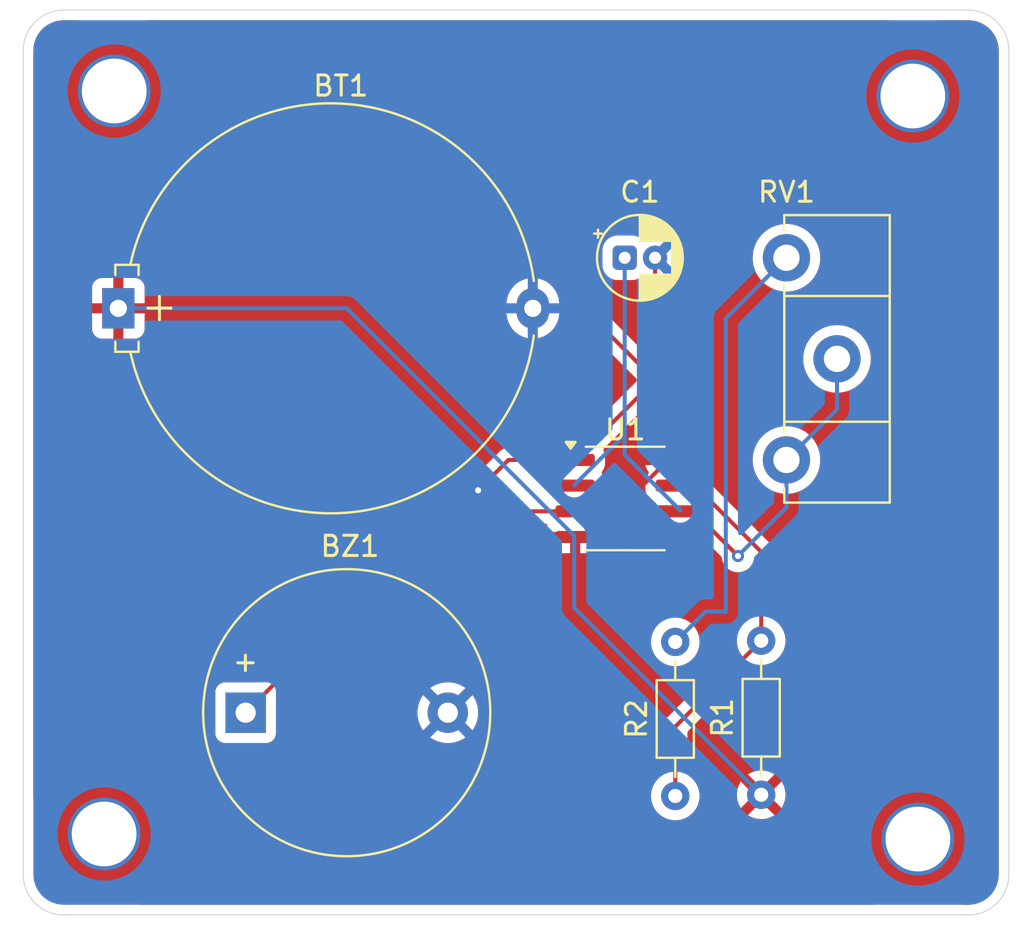
<source format=kicad_pcb>
(kicad_pcb (version 20241229) (generator "pcbnew") (generator_version "9.0")
  (layers (0 "F.Cu" signal) (2 "B.Cu" signal) (13 "F.Paste" user) (15 "B.Paste" user) (5 "F.SilkS" user "F.Silkscreen") (7 "B.SilkS" user "B.Silkscreen") (1 "F.Mask" user) (3 "B.Mask" user) (25 "Edge.Cuts" user))
  (net 0 "")
  (net 1 "+5V")
  (net 2 "GND")
  (net 3 "Net-(BZ1-+)")
  (net 4 "Net-(U1-THR)")
  (net 5 "Net-(U1-DIS)")
  (net 6 "Net-(R2-Pad2)")
  (footprint "MountingHole:MountingHole_3.2mm_M3_Pad_TopOnly" (layer "F.Cu") (at 169.5 91)
    (property "Reference" "H2" (hide yes))
    (property "Value" "MountingHole")
    (pad "1" thru_hole circle (at 0 0) (size 3.6 3.6) (drill 3.2) (layers "*.Cu" "*.Mask"))
    (pad "1" connect circle (at 0 0) (size 6.4 6.4) (layers "F.Cu" "F.Mask"))
  )
  (footprint "Potentiometer_THT:Potentiometer_ACP_CA14-H2,5_Horizontal" (layer "F.Cu") (at 163.25 99)
    (property "Reference" "RV1" (at 0 -3.25 0) (layer "F.SilkS"))
    (property "Value" "R_Potentiometer_Trim")
    (fp_line (start -0.11 -2.11) (end 5.11 -2.11) (stroke (width 0.12)) (layer "F.SilkS"))
    (fp_line (start -0.11 -1.396) (end -0.11 -2.11) (stroke (width 0.12)) (layer "F.SilkS"))
    (fp_line (start -0.11 1.89) (end 5.11 1.89) (stroke (width 0.12)) (layer "F.SilkS"))
    (fp_line (start -0.11 8.11) (end -0.11 1.89) (stroke (width 0.12)) (layer "F.SilkS"))
    (fp_line (start -0.11 8.604) (end -0.11 1.396) (stroke (width 0.12)) (layer "F.SilkS"))
    (fp_line (start -0.11 12.11) (end -0.11 11.396) (stroke (width 0.12)) (layer "F.SilkS"))
    (fp_line (start 5.11 -2.11) (end 5.11 12.11) (stroke (width 0.12)) (layer "F.SilkS"))
    (fp_line (start 5.11 1.89) (end 5.11 8.11) (stroke (width 0.12)) (layer "F.SilkS"))
    (fp_line (start 5.11 8.11) (end -0.11 8.11) (stroke (width 0.12)) (layer "F.SilkS"))
    (fp_line (start 5.11 12.11) (end -0.11 12.11) (stroke (width 0.12)) (layer "F.SilkS"))
    (pad "1" thru_hole circle (at 0 0) (size 2.34 2.34) (drill 1.3) (layers "*.Cu" "*.Mask") (net 6 "Net-(R2-Pad2)"))
    (pad "2" thru_hole circle (at 2.5 5) (size 2.34 2.34) (drill 1.3) (layers "*.Cu" "*.Mask") (net 4 "Net-(U1-THR)"))
    (pad "3" thru_hole circle (at 0 10) (size 2.34 2.34) (drill 1.3) (layers "*.Cu" "*.Mask") (net 4 "Net-(U1-THR)"))
  )
  (footprint "MountingHole:MountingHole_3.2mm_M3_Pad_TopOnly" (layer "F.Cu") (at 129.5 127.5)
    (property "Reference" "H3" (hide yes))
    (property "Value" "MountingHole")
    (pad "1" thru_hole circle (at 0 0) (size 3.6 3.6) (drill 3.2) (layers "*.Cu" "*.Mask"))
    (pad "1" connect circle (at 0 0) (size 6.4 6.4) (layers "F.Cu" "F.Mask"))
  )
  (footprint "Buzzer_Beeper:Buzzer_D14mm_H7mm_P10mm" (layer "F.Cu") (at 136.5 121.5)
    (property "Reference" "BZ1" (at 5.16 -8.23 0) (layer "F.SilkS"))
    (property "Value" "Buzzer")
    (fp_circle (center 5 0) (end 12.1 0) (stroke (width 0.12)) (fill no) (layer "F.SilkS"))
    (fp_text user "+" (at -0.01 -2.54 0) (layer "F.SilkS"))
    (pad "1" thru_hole rect (at 0 0) (size 2 2) (drill 1) (layers "*.Cu" "*.Mask") (net 3 "Net-(BZ1-+)"))
    (pad "2" thru_hole circle (at 10 0) (size 2 2) (drill 1) (layers "*.Cu" "*.Mask") (net 2 "GND"))
  )
  (footprint "Battery:Battery_Panasonic_CR2032-HFN_Horizontal_CircularHoles" (layer "F.Cu") (at 130.205 101.499878)
    (property "Reference" "BT1" (at 11 -11 0) (layer "F.SilkS"))
    (property "Value" "9")
    (fp_line (start -0.15 -2.15) (end -0.15 -1.65) (stroke (width 0.12)) (layer "F.SilkS"))
    (fp_line (start -0.15 -2.15) (end 1 -2.15) (stroke (width 0.12)) (layer "F.SilkS"))
    (fp_line (start -0.15 2.15) (end -0.15 1.65) (stroke (width 0.12)) (layer "F.SilkS"))
    (fp_line (start -0.15 2.15) (end 1 2.15) (stroke (width 0.12)) (layer "F.SilkS"))
    (fp_line (start 1 -2.15) (end 1 -1.65) (stroke (width 0.12)) (layer "F.SilkS"))
    (fp_line (start 1 2.15) (end 1 1.65) (stroke (width 0.12)) (layer "F.SilkS"))
    (fp_arc (start 0.59 -2.15) (mid 10.91 -10.13) (end 20.55 -1.35) (stroke (width 0.12)) (layer "F.SilkS"))
    (fp_arc (start 20.55 1.35) (mid 10.91 10.13) (end 0.59 2.15) (stroke (width 0.12)) (layer "F.SilkS"))
    (fp_text user "+" (at 2.032 -0.127 0) (layer "F.SilkS") (effects (font (size 1.5 1.5))))
    (pad "1" thru_hole rect (at 0 0) (size 1.6 2) (drill 0.85) (layers "*.Cu" "*.Mask") (net 1 "+5V"))
    (pad "2" thru_hole oval (at 20.5 0) (size 1.6 2) (drill 0.85) (layers "*.Cu" "*.Mask") (net 2 "GND"))
  )
  (footprint "Capacitor_THT:CP_Radial_D4.0mm_P1.50mm" (layer "F.Cu") (at 155.25 99)
    (property "Reference" "C1" (at 0.75 -3.25 0) (layer "F.SilkS"))
    (property "Value" "0.1u")
    (fp_line (start -1.519801 -1.195) (end -1.119801 -1.195) (stroke (width 0.12)) (layer "F.SilkS"))
    (fp_line (start -1.319801 -1.395) (end -1.319801 -0.995) (stroke (width 0.12)) (layer "F.SilkS"))
    (fp_line (start 0.75 -2.08) (end 0.75 -0.84) (stroke (width 0.12)) (layer "F.SilkS"))
    (fp_line (start 0.75 0.84) (end 0.75 2.08) (stroke (width 0.12)) (layer "F.SilkS"))
    (fp_line (start 0.79 -2.08) (end 0.79 -0.84) (stroke (width 0.12)) (layer "F.SilkS"))
    (fp_line (start 0.79 0.84) (end 0.79 2.08) (stroke (width 0.12)) (layer "F.SilkS"))
    (fp_line (start 0.83 -2.078) (end 0.83 -0.84) (stroke (width 0.12)) (layer "F.SilkS"))
    (fp_line (start 0.83 0.84) (end 0.83 2.078) (stroke (width 0.12)) (layer "F.SilkS"))
    (fp_line (start 0.87 -2.077) (end 0.87 -0.84) (stroke (width 0.12)) (layer "F.SilkS"))
    (fp_line (start 0.87 0.84) (end 0.87 2.077) (stroke (width 0.12)) (layer "F.SilkS"))
    (fp_line (start 0.91 -2.074) (end 0.91 -0.84) (stroke (width 0.12)) (layer "F.SilkS"))
    (fp_line (start 0.91 0.84) (end 0.91 2.074) (stroke (width 0.12)) (layer "F.SilkS"))
    (fp_line (start 0.95 -2.071) (end 0.95 -0.84) (stroke (width 0.12)) (layer "F.SilkS"))
    (fp_line (start 0.95 0.84) (end 0.95 2.071) (stroke (width 0.12)) (layer "F.SilkS"))
    (fp_line (start 0.99 -2.066) (end 0.99 -0.84) (stroke (width 0.12)) (layer "F.SilkS"))
    (fp_line (start 0.99 0.84) (end 0.99 2.066) (stroke (width 0.12)) (layer "F.SilkS"))
    (fp_line (start 1.03 -2.061) (end 1.03 -0.84) (stroke (width 0.12)) (layer "F.SilkS"))
    (fp_line (start 1.03 0.84) (end 1.03 2.061) (stroke (width 0.12)) (layer "F.SilkS"))
    (fp_line (start 1.07 -2.056) (end 1.07 -0.84) (stroke (width 0.12)) (layer "F.SilkS"))
    (fp_line (start 1.07 0.84) (end 1.07 2.056) (stroke (width 0.12)) (layer "F.SilkS"))
    (fp_line (start 1.11 -2.049) (end 1.11 -0.84) (stroke (width 0.12)) (layer "F.SilkS"))
    (fp_line (start 1.11 0.84) (end 1.11 2.049) (stroke (width 0.12)) (layer "F.SilkS"))
    (fp_line (start 1.15 -2.042) (end 1.15 -0.84) (stroke (width 0.12)) (layer "F.SilkS"))
    (fp_line (start 1.15 0.84) (end 1.15 2.042) (stroke (width 0.12)) (layer "F.SilkS"))
    (fp_line (start 1.19 -2.034) (end 1.19 -0.84) (stroke (width 0.12)) (layer "F.SilkS"))
    (fp_line (start 1.19 0.84) (end 1.19 2.034) (stroke (width 0.12)) (layer "F.SilkS"))
    (fp_line (start 1.23 -2.025) (end 1.23 -0.84) (stroke (width 0.12)) (layer "F.SilkS"))
    (fp_line (start 1.23 0.84) (end 1.23 2.025) (stroke (width 0.12)) (layer "F.SilkS"))
    (fp_line (start 1.27 -2.015) (end 1.27 -0.84) (stroke (width 0.12)) (layer "F.SilkS"))
    (fp_line (start 1.27 0.84) (end 1.27 2.015) (stroke (width 0.12)) (layer "F.SilkS"))
    (fp_line (start 1.31 -2.005) (end 1.31 -0.84) (stroke (width 0.12)) (layer "F.SilkS"))
    (fp_line (start 1.31 0.84) (end 1.31 2.005) (stroke (width 0.12)) (layer "F.SilkS"))
    (fp_line (start 1.35 -1.993) (end 1.35 -0.84) (stroke (width 0.12)) (layer "F.SilkS"))
    (fp_line (start 1.35 0.84) (end 1.35 1.993) (stroke (width 0.12)) (layer "F.SilkS"))
    (fp_line (start 1.39 -1.981) (end 1.39 -0.84) (stroke (width 0.12)) (layer "F.SilkS"))
    (fp_line (start 1.39 0.84) (end 1.39 1.981) (stroke (width 0.12)) (layer "F.SilkS"))
    (fp_line (start 1.43 -1.968) (end 1.43 -0.84) (stroke (width 0.12)) (layer "F.SilkS"))
    (fp_line (start 1.43 0.84) (end 1.43 1.968) (stroke (width 0.12)) (layer "F.SilkS"))
    (fp_line (start 1.47 -1.954) (end 1.47 -0.84) (stroke (width 0.12)) (layer "F.SilkS"))
    (fp_line (start 1.47 0.84) (end 1.47 1.954) (stroke (width 0.12)) (layer "F.SilkS"))
    (fp_line (start 1.51 -1.939) (end 1.51 -0.84) (stroke (width 0.12)) (layer "F.SilkS"))
    (fp_line (start 1.51 0.84) (end 1.51 1.939) (stroke (width 0.12)) (layer "F.SilkS"))
    (fp_line (start 1.55 -1.923) (end 1.55 -0.84) (stroke (width 0.12)) (layer "F.SilkS"))
    (fp_line (start 1.55 0.84) (end 1.55 1.923) (stroke (width 0.12)) (layer "F.SilkS"))
    (fp_line (start 1.59 -1.906) (end 1.59 -0.84) (stroke (width 0.12)) (layer "F.SilkS"))
    (fp_line (start 1.59 0.84) (end 1.59 1.906) (stroke (width 0.12)) (layer "F.SilkS"))
    (fp_line (start 1.63 -1.889) (end 1.63 -0.84) (stroke (width 0.12)) (layer "F.SilkS"))
    (fp_line (start 1.63 0.84) (end 1.63 1.889) (stroke (width 0.12)) (layer "F.SilkS"))
    (fp_line (start 1.67 -1.87) (end 1.67 -0.84) (stroke (width 0.12)) (layer "F.SilkS"))
    (fp_line (start 1.67 0.84) (end 1.67 1.87) (stroke (width 0.12)) (layer "F.SilkS"))
    (fp_line (start 1.71 -1.85) (end 1.71 -0.84) (stroke (width 0.12)) (layer "F.SilkS"))
    (fp_line (start 1.71 0.84) (end 1.71 1.85) (stroke (width 0.12)) (layer "F.SilkS"))
    (fp_line (start 1.75 -1.829) (end 1.75 -0.84) (stroke (width 0.12)) (layer "F.SilkS"))
    (fp_line (start 1.75 0.84) (end 1.75 1.829) (stroke (width 0.12)) (layer "F.SilkS"))
    (fp_line (start 1.79 -1.807) (end 1.79 -0.84) (stroke (width 0.12)) (layer "F.SilkS"))
    (fp_line (start 1.79 0.84) (end 1.79 1.807) (stroke (width 0.12)) (layer "F.SilkS"))
    (fp_line (start 1.83 -1.784) (end 1.83 -0.84) (stroke (width 0.12)) (layer "F.SilkS"))
    (fp_line (start 1.83 0.84) (end 1.83 1.784) (stroke (width 0.12)) (layer "F.SilkS"))
    (fp_line (start 1.87 -1.76) (end 1.87 -0.84) (stroke (width 0.12)) (layer "F.SilkS"))
    (fp_line (start 1.87 0.84) (end 1.87 1.76) (stroke (width 0.12)) (layer "F.SilkS"))
    (fp_line (start 1.91 -1.734) (end 1.91 -0.84) (stroke (width 0.12)) (layer "F.SilkS"))
    (fp_line (start 1.91 0.84) (end 1.91 1.734) (stroke (width 0.12)) (layer "F.SilkS"))
    (fp_line (start 1.95 -1.708) (end 1.95 -0.84) (stroke (width 0.12)) (layer "F.SilkS"))
    (fp_line (start 1.95 0.84) (end 1.95 1.708) (stroke (width 0.12)) (layer "F.SilkS"))
    (fp_line (start 1.99 -1.68) (end 1.99 -0.84) (stroke (width 0.12)) (layer "F.SilkS"))
    (fp_line (start 1.99 0.84) (end 1.99 1.68) (stroke (width 0.12)) (layer "F.SilkS"))
    (fp_line (start 2.03 -1.65) (end 2.03 -0.84) (stroke (width 0.12)) (layer "F.SilkS"))
    (fp_line (start 2.03 0.84) (end 2.03 1.65) (stroke (width 0.12)) (layer "F.SilkS"))
    (fp_line (start 2.07 -1.619) (end 2.07 -0.84) (stroke (width 0.12)) (layer "F.SilkS"))
    (fp_line (start 2.07 0.84) (end 2.07 1.619) (stroke (width 0.12)) (layer "F.SilkS"))
    (fp_line (start 2.11 -1.586) (end 2.11 -0.84) (stroke (width 0.12)) (layer "F.SilkS"))
    (fp_line (start 2.11 0.84) (end 2.11 1.586) (stroke (width 0.12)) (layer "F.SilkS"))
    (fp_line (start 2.15 -1.552) (end 2.15 -0.84) (stroke (width 0.12)) (layer "F.SilkS"))
    (fp_line (start 2.15 0.84) (end 2.15 1.552) (stroke (width 0.12)) (layer "F.SilkS"))
    (fp_line (start 2.19 -1.516) (end 2.19 -0.84) (stroke (width 0.12)) (layer "F.SilkS"))
    (fp_line (start 2.19 0.84) (end 2.19 1.516) (stroke (width 0.12)) (layer "F.SilkS"))
    (fp_line (start 2.23 -1.478) (end 2.23 -0.84) (stroke (width 0.12)) (layer "F.SilkS"))
    (fp_line (start 2.23 0.84) (end 2.23 1.478) (stroke (width 0.12)) (layer "F.SilkS"))
    (fp_line (start 2.27 -1.438) (end 2.27 -0.84) (stroke (width 0.12)) (layer "F.SilkS"))
    (fp_line (start 2.27 0.84) (end 2.27 1.438) (stroke (width 0.12)) (layer "F.SilkS"))
    (fp_line (start 2.31 -1.396) (end 2.31 -0.84) (stroke (width 0.12)) (layer "F.SilkS"))
    (fp_line (start 2.31 0.84) (end 2.31 1.396) (stroke (width 0.12)) (layer "F.SilkS"))
    (fp_line (start 2.35 -1.351) (end 2.35 1.351) (stroke (width 0.12)) (layer "F.SilkS"))
    (fp_line (start 2.39 -1.303) (end 2.39 1.303) (stroke (width 0.12)) (layer "F.SilkS"))
    (fp_line (start 2.43 -1.253) (end 2.43 1.253) (stroke (width 0.12)) (layer "F.SilkS"))
    (fp_line (start 2.47 -1.199) (end 2.47 1.199) (stroke (width 0.12)) (layer "F.SilkS"))
    (fp_line (start 2.51 -1.142) (end 2.51 1.142) (stroke (width 0.12)) (layer "F.SilkS"))
    (fp_line (start 2.55 -1.08) (end 2.55 1.08) (stroke (width 0.12)) (layer "F.SilkS"))
    (fp_line (start 2.59 -1.013) (end 2.59 1.013) (stroke (width 0.12)) (layer "F.SilkS"))
    (fp_line (start 2.63 -0.94) (end 2.63 0.94) (stroke (width 0.12)) (layer "F.SilkS"))
    (fp_line (start 2.67 -0.859) (end 2.67 0.859) (stroke (width 0.12)) (layer "F.SilkS"))
    (fp_line (start 2.71 -0.768) (end 2.71 0.768) (stroke (width 0.12)) (layer "F.SilkS"))
    (fp_line (start 2.75 -0.663) (end 2.75 0.663) (stroke (width 0.12)) (layer "F.SilkS"))
    (fp_line (start 2.79 -0.537) (end 2.79 0.537) (stroke (width 0.12)) (layer "F.SilkS"))
    (fp_line (start 2.83 -0.37) (end 2.83 0.37) (stroke (width 0.12)) (layer "F.SilkS"))
    (fp_circle (center 0.75 0) (end 2.87 0) (stroke (width 0.12)) (fill no) (layer "F.SilkS"))
    (pad "1" thru_hole roundrect (at 0 0) (size 1.2 1.2) (drill 0.6) (layers "*.Cu" "*.Mask") (roundrect_rratio 0.208333) (net 4 "Net-(U1-THR)"))
    (pad "2" thru_hole circle (at 1.5 0) (size 1.2 1.2) (drill 0.6) (layers "*.Cu" "*.Mask") (net 2 "GND"))
  )
  (footprint "Resistor_THT:R_Axial_DIN0204_L3.6mm_D1.6mm_P7.62mm_Horizontal" (layer "F.Cu") (at 157.75 125.62 90)
    (property "Reference" "R2" (at 3.81 -1.92 90) (layer "F.SilkS"))
    (property "Value" "2.2k")
    (fp_line (start 6.68 0) (end 5.73 0) (stroke (width 0.12)) (layer "F.SilkS"))
    (fp_line (start 0.94 0) (end 1.89 0) (stroke (width 0.12)) (layer "F.SilkS"))
    (fp_rect (start 1.89 -0.92) (end 5.73 0.92) (stroke (width 0.12)) (fill no) (layer "F.SilkS"))
    (pad "1" thru_hole circle (at 0 0 90) (size 1.4 1.4) (drill 0.7) (layers "*.Cu" "*.Mask") (net 5 "Net-(U1-DIS)"))
    (pad "2" thru_hole circle (at 7.62 0 90) (size 1.4 1.4) (drill 0.7) (layers "*.Cu" "*.Mask") (net 6 "Net-(R2-Pad2)"))
  )
  (footprint "Resistor_THT:R_Axial_DIN0204_L3.6mm_D1.6mm_P7.62mm_Horizontal" (layer "F.Cu") (at 162 125.56 90)
    (property "Reference" "R1" (at 3.81 -1.92 90) (layer "F.SilkS"))
    (property "Value" "3.3k")
    (fp_line (start 6.68 0) (end 5.73 0) (stroke (width 0.12)) (layer "F.SilkS"))
    (fp_line (start 0.94 0) (end 1.89 0) (stroke (width 0.12)) (layer "F.SilkS"))
    (fp_rect (start 1.89 -0.92) (end 5.73 0.92) (stroke (width 0.12)) (fill no) (layer "F.SilkS"))
    (pad "1" thru_hole circle (at 0 0 90) (size 1.4 1.4) (drill 0.7) (layers "*.Cu" "*.Mask") (net 1 "+5V"))
    (pad "2" thru_hole circle (at 7.62 0 90) (size 1.4 1.4) (drill 0.7) (layers "*.Cu" "*.Mask") (net 5 "Net-(U1-DIS)"))
  )
  (footprint "MountingHole:MountingHole_3.2mm_M3_Pad_TopOnly" (layer "F.Cu") (at 169.75 127.75)
    (property "Reference" "H4" (hide yes))
    (property "Value" "MountingHole")
    (pad "1" thru_hole circle (at 0 0) (size 3.6 3.6) (drill 3.2) (layers "*.Cu" "*.Mask"))
    (pad "1" connect circle (at 0 0) (size 6.4 6.4) (layers "F.Cu" "F.Mask"))
  )
  (footprint "Package_SO:SOIC-8_3.9x4.9mm_P1.27mm" (layer "F.Cu") (at 155.275 110.905)
    (property "Reference" "U1" (at 0 -3.4 0) (layer "F.SilkS"))
    (property "Value" "NE555D")
    (fp_line (start 0 -2.56) (end -1.95 -2.56) (stroke (width 0.12)) (layer "F.SilkS"))
    (fp_line (start 0 -2.56) (end 1.95 -2.56) (stroke (width 0.12)) (layer "F.SilkS"))
    (fp_line (start 0 2.56) (end -1.95 2.56) (stroke (width 0.12)) (layer "F.SilkS"))
    (fp_line (start 0 2.56) (end 1.95 2.56) (stroke (width 0.12)) (layer "F.SilkS"))
    (fp_poly (pts (xy -2.7 -2.465) (xy -2.94 -2.795) (xy -2.46 -2.795)) (stroke (width 0.12)) (fill yes) (layer "F.SilkS"))
    (pad "1" smd roundrect (at -2.475 -1.905) (size 1.95 0.6) (layers "F.Cu" "F.Mask" "F.Paste") (net 2 "GND"))
    (pad "2" smd roundrect (at -2.475 -0.635) (size 1.95 0.6) (layers "F.Cu" "F.Mask" "F.Paste") (net 4 "Net-(U1-THR)"))
    (pad "3" smd roundrect (at -2.475 0.635) (size 1.95 0.6) (layers "F.Cu" "F.Mask" "F.Paste") (net 3 "Net-(BZ1-+)"))
    (pad "4" smd roundrect (at -2.475 1.905) (size 1.95 0.6) (layers "F.Cu" "F.Mask" "F.Paste") (net 1 "+5V"))
    (pad "5" smd roundrect (at 2.475 1.905) (size 1.95 0.6) (layers "F.Cu" "F.Mask" "F.Paste"))
    (pad "6" smd roundrect (at 2.475 0.635) (size 1.95 0.6) (layers "F.Cu" "F.Mask" "F.Paste") (net 4 "Net-(U1-THR)"))
    (pad "7" smd roundrect (at 2.475 -0.635) (size 1.95 0.6) (layers "F.Cu" "F.Mask" "F.Paste") (net 5 "Net-(U1-DIS)"))
    (pad "8" smd roundrect (at 2.475 -1.905) (size 1.95 0.6) (layers "F.Cu" "F.Mask" "F.Paste") (net 1 "+5V"))
  )
  (footprint "MountingHole:MountingHole_3.2mm_M3_Pad_TopOnly" (layer "F.Cu") (at 130 90.75)
    (property "Reference" "H1" (hide yes))
    (property "Value" "MountingHole")
    (pad "1" thru_hole circle (at 0 0) (size 3.6 3.6) (drill 3.2) (layers "*.Cu" "*.Mask"))
    (pad "1" connect circle (at 0 0) (size 6.4 6.4) (layers "F.Cu" "F.Mask"))
  )
  (gr_line (start 127.5 86.75) (end 172.25 86.75) (stroke (width 0.05)) (layer "Edge.Cuts"))
  (gr_arc (start 125.5 88.75) (mid 126.085786 87.335786) (end 127.5 86.75) (stroke (width 0.05)) (layer "Edge.Cuts"))
  (gr_line (start 174.25 88.75) (end 174.25 129.5) (stroke (width 0.05)) (layer "Edge.Cuts"))
  (gr_arc (start 127.5 131.5) (mid 126.085786 130.914214) (end 125.5 129.5) (stroke (width 0.05)) (layer "Edge.Cuts"))
  (gr_line (start 125.5 129.5) (end 125.5 88.75) (stroke (width 0.05)) (layer "Edge.Cuts"))
  (gr_line (start 172.25 131.5) (end 127.5 131.5) (stroke (width 0.05)) (layer "Edge.Cuts"))
  (gr_arc (start 172.25 86.75) (mid 173.664214 87.335786) (end 174.25 88.75) (stroke (width 0.05)) (layer "Edge.Cuts"))
  (gr_arc (start 174.25 129.5) (mid 173.664214 130.914214) (end 172.25 131.5) (stroke (width 0.05)) (layer "Edge.Cuts"))
  (segment (start 153.593032 112.81) (end 157.403032 109) (width 0.2) (layer "F.Cu") (net 1))
  (segment (start 152.8 112.81) (end 153.593032 112.81) (width 0.2) (layer "F.Cu") (net 1))
  (segment (start 157.403032 109) (end 157.75 109) (width 0.2) (layer "F.Cu") (net 1))
  (segment (start 152.75 116.31) (end 162 125.56) (width 0.2) (layer "B.Cu") (net 1))
  (segment (start 130.205 101.499878) (end 141.499878 101.499878) (width 0.2) (layer "B.Cu") (net 1))
  (segment (start 152.75 112.75) (end 152.75 116.31) (width 0.2) (layer "B.Cu") (net 1))
  (segment (start 141.499878 101.499878) (end 152.75 112.75) (width 0.2) (layer "B.Cu") (net 1))
  (segment (start 152.8 109) (end 156.75 105.05) (width 0.2) (layer "F.Cu") (net 2))
  (segment (start 150.705 101.499878) (end 153.199878 101.499878) (width 0.2) (layer "F.Cu") (net 2))
  (segment (start 148 110.5) (end 149.5 109) (width 0.2) (layer "F.Cu") (net 2))
  (segment (start 149.5 109) (end 152.8 109) (width 0.2) (layer "F.Cu") (net 2))
  (segment (start 153.199878 101.499878) (end 156.75 105.05) (width 0.2) (layer "F.Cu") (net 2))
  (segment (start 156.75 105.05) (end 156.75 99) (width 0.2) (layer "F.Cu") (net 2))
  (via (at 148 110.5) (size 0.6) (drill 0.3) (layers "F.Cu" "B.Cu") (net 2))
  (segment (start 146.5 121.5) (end 148 120) (width 0.2) (layer "B.Cu") (net 2))
  (segment (start 148 120) (end 148 110.5) (width 0.2) (layer "B.Cu") (net 2))
  (segment (start 146.46 111.54) (end 152.8 111.54) (width 0.2) (layer "F.Cu") (net 3))
  (segment (start 136.5 121.5) (end 146.46 111.54) (width 0.2) (layer "F.Cu") (net 3))
  (segment (start 160.85 113.75) (end 158.64 111.54) (width 0.2) (layer "F.Cu") (net 4))
  (segment (start 158.64 111.54) (end 157.75 111.54) (width 0.2) (layer "F.Cu") (net 4))
  (via (at 160.85 113.75) (size 0.6) (drill 0.3) (layers "F.Cu" "B.Cu") (net 4))
  (segment (start 155.25 107.5) (end 155.25 107.75) (width 0.2) (layer "B.Cu") (net 4))
  (segment (start 165.75 104) (end 165.75 106.5) (width 0.2) (layer "B.Cu") (net 4))
  (segment (start 155.25 107.5) (end 155.25 108.75) (width 0.2) (layer "B.Cu") (net 4))
  (segment (start 155.25 107.75) (end 152.75 110.25) (width 0.2) (layer "B.Cu") (net 4))
  (segment (start 163.25 109) (end 163.25 111.35) (width 0.2) (layer "B.Cu") (net 4))
  (segment (start 163.25 111.35) (end 160.85 113.75) (width 0.2) (layer "B.Cu") (net 4))
  (segment (start 165.75 106.5) (end 163.25 109) (width 0.2) (layer "B.Cu") (net 4))
  (segment (start 155.25 99) (end 155.25 107.5) (width 0.2) (layer "B.Cu") (net 4))
  (segment (start 155.25 108.75) (end 158 111.5) (width 0.2) (layer "B.Cu") (net 4))
  (segment (start 157.75 122.19) (end 157.75 125.62) (width 0.2) (layer "F.Cu") (net 5))
  (segment (start 162 117.94) (end 162 113.545001) (width 0.2) (layer "F.Cu") (net 5))
  (segment (start 162 113.545001) (end 158.724999 110.27) (width 0.2) (layer "F.Cu") (net 5))
  (segment (start 162 117.94) (end 157.75 122.19) (width 0.2) (layer "F.Cu") (net 5))
  (segment (start 158.724999 110.27) (end 157.75 110.27) (width 0.2) (layer "F.Cu") (net 5))
  (segment (start 163.25 99) (end 160.25 102) (width 0.2) (layer "B.Cu") (net 6))
  (segment (start 159.25 116.5) (end 157.75 118) (width 0.2) (layer "B.Cu") (net 6))
  (segment (start 160.25 102) (end 160.25 116.5) (width 0.2) (layer "B.Cu") (net 6))
  (segment (start 160.25 116.5) (end 159.25 116.5) (width 0.2) (layer "B.Cu") (net 6))
  (zone (net 1) (net_name "+5V") (layer "F.Cu") (connect_pads (clearance 0.5)) (min_thickness 0.25) (fill yes (thermal_gap 0.5) (thermal_bridge_width 0.5))
    (polygon (pts (xy 124.75 86.25) (xy 125.25 132.5) (xy 175 132.25) (xy 174.75 86.25)))
  )
  (zone (net 2) (net_name "GND") (layer "B.Cu") (priority 1) (connect_pads (clearance 0.5)) (min_thickness 0.25) (fill yes (thermal_gap 0.5) (thermal_bridge_width 0.5))
    (polygon (pts (xy 124.75 86.25) (xy 125.25 132.5) (xy 175 132.25) (xy 174.75 86.25)))
  )
)
</source>
